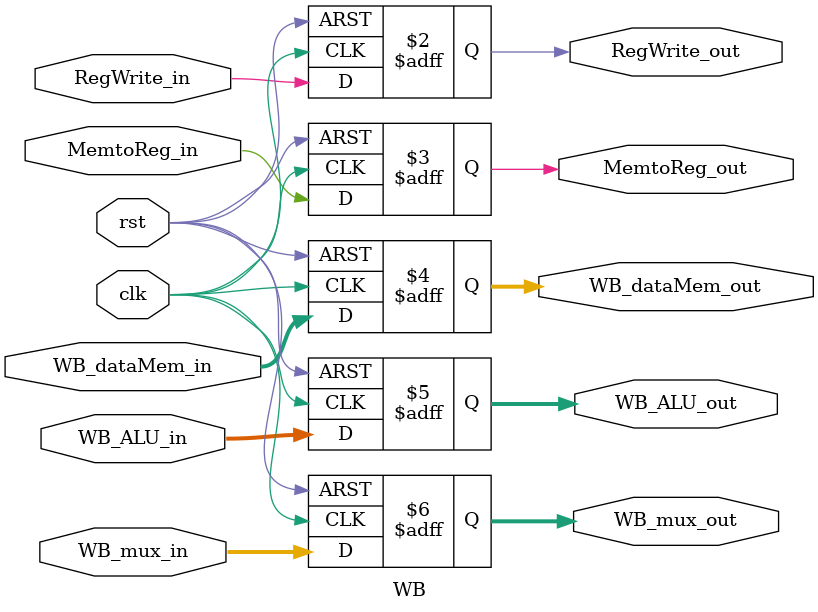
<source format=v>
`timescale 1ns / 1ps
module WB(clk,rst,RegWrite_in,RegWrite_out,
			  MemtoReg_in,MemtoReg_out,WB_dataMem_in,
			  WB_dataMem_out, WB_ALU_in,WB_ALU_out,
			  WB_mux_in,WB_mux_out
			  );
	parameter WORD_SIZE = 32 ;
   input wire clk;
	input wire  rst;
	input wire RegWrite_in;
	output reg RegWrite_out;
	input wire MemtoReg_in;
	output reg MemtoReg_out;
	input wire [WORD_SIZE - 1:0] WB_dataMem_in;
	output reg [WORD_SIZE - 1:0] WB_dataMem_out;
	input wire [WORD_SIZE - 1:0] WB_ALU_in;
	output reg [WORD_SIZE - 1:0] WB_ALU_out;
	input wire [4:0] WB_mux_in;
	output reg [4:0]WB_mux_out;

always @ (posedge rst or posedge clk ) begin
	if ( rst ) begin
		RegWrite_out<= { 1{1'b0} };
		MemtoReg_out<= { 1{1'b0} };
		WB_dataMem_out <= { WORD_SIZE {1'b0} };
		WB_ALU_out <= { WORD_SIZE {1'b0} };
		WB_mux_out<= { 5{1'b0} };
	end else if ( clk ) begin
		RegWrite_out<=RegWrite_in;
		MemtoReg_out<=MemtoReg_in;
		WB_dataMem_out <= WB_dataMem_in;
		WB_ALU_out <= WB_ALU_in;
		WB_mux_out<= WB_mux_in;
	end
	end
	
endmodule

</source>
